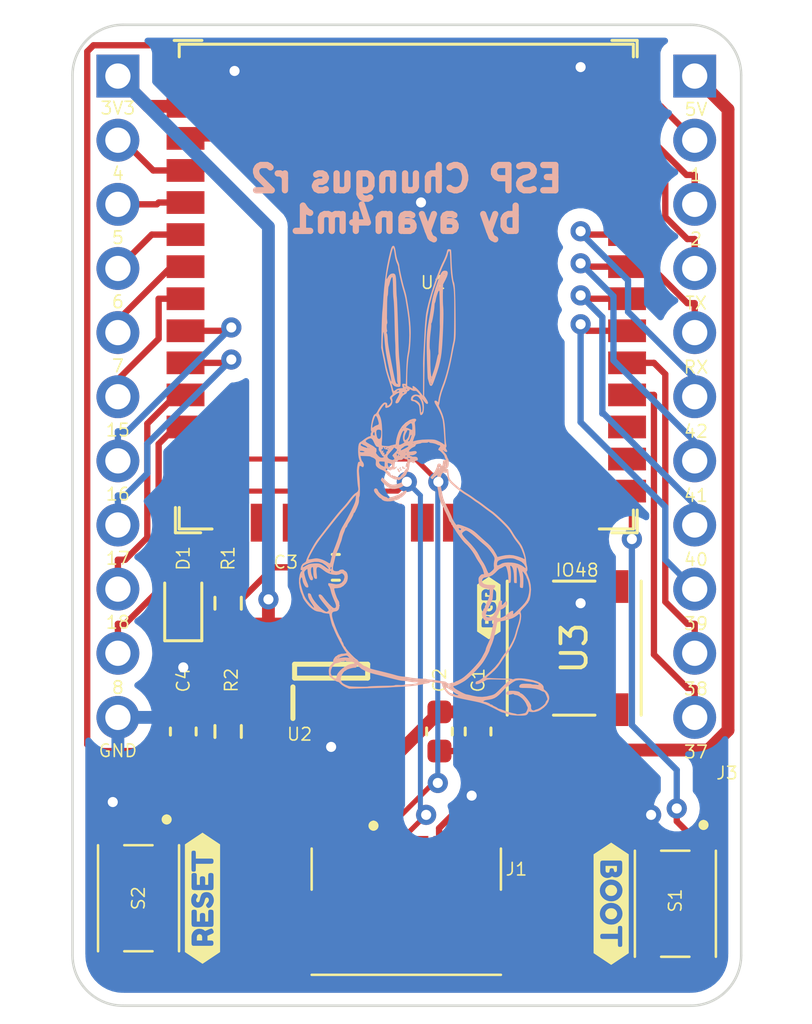
<source format=kicad_pcb>
(kicad_pcb (version 20211014) (generator pcbnew)
  (layers (0 "F.Cu" signal) (31 "B.Cu" signal) (34 "B.Paste" user) (35 "F.Paste" user) (36 "B.SilkS" user "B.Silkscreen") (37 "F.SilkS" user "F.Silkscreen") (38 "B.Mask" user) (39 "F.Mask" user) (44 "Edge.Cuts" user))
  (net 0 "")
  (net 1 "+5V")
  (net 2 "GND")
  (net 3 "+3.3V")
  (net 4 "Net-(D1-Pad2)")
  (net 5 "/USB_D-")
  (net 6 "/USB_D+")
  (net 8 "/GPIO1")
  (net 9 "/GPIO2")
  (net 10 "/GPIO4")
  (net 11 "/GPIO5")
  (net 12 "/GPIO6")
  (net 13 "/GPIO7")
  (net 14 "/GPIO8")
  (net 15 "/GPIO9")
  (net 16 "/GPIO15")
  (net 17 "/GPIO16")
  (net 18 "/GPIO17")
  (net 19 "/GPIO18")
  (net 20 "/GPIO48")
  (net 21 "/GPIO37")
  (net 22 "/GPIO38")
  (net 23 "/GPIO39")
  (net 24 "/GPIO40")
  (net 25 "/GPIO41")
  (net 26 "/GPIO42")
  (net 28 "/GPIO43")
  (net 29 "/GPIO44")
  (net 30 "/GPIO0")
  (net 31 "/EN")
  (footprint "kibuzzard-63AB3EE9" (layer "F.Cu") (at 152.849 110.962 -90)
    (fp_text reference "kibuzzard-63AB3EE9" hide)
    (fp_text value "G***" hide)
  )
  (footprint "Diode_SMD:D_0603_1608Metric" (layer "F.Cu") (at 135.89 99.06 90)
    (fp_text reference "D1" (at 1.778 0 90) (layer "F.SilkS") (effects (font (size 0.5 0.5) (thickness 0.0625))))
    (fp_text value "LED" hide)
    (pad "1" smd roundrect (at -0.7875 0 90) (size 0.875 0.95) (layers "F.Cu" "F.Paste" "F.Mask") (net 2 "GND"))
    (pad "2" smd roundrect (at 0.7875 0 90) (size 0.875 0.95) (layers "F.Cu" "F.Paste" "F.Mask") (net 4 "Net-(D1-Pad2)"))
  )
  (footprint "Espressif:ESP32-S3-WROOM-1U" (layer "F.Cu") (at 144.7292 86.3692)
    (fp_text reference "U1" (at 1.0668 -0.009194) (layer "F.SilkS") (effects (font (size 0.5 0.5) (thickness 0.0625))))
    (fp_text value "ESP32-S3-WROOM-1" hide)
    (pad "1" smd rect (at -8.75 -8.26) (size 1.5 0.9) (layers "F.Cu" "F.Paste" "F.Mask") (net 2 "GND"))
    (pad "2" smd rect (at -8.75 -6.99) (size 1.5 0.9) (layers "F.Cu" "F.Paste" "F.Mask") (net 3 "+3.3V"))
    (pad "3" smd rect (at -8.75 -5.72) (size 1.5 0.9) (layers "F.Cu" "F.Paste" "F.Mask") (net 31 "/EN"))
    (pad "4" smd rect (at -8.75 -4.45) (size 1.5 0.9) (layers "F.Cu" "F.Paste" "F.Mask") (net 10 "/GPIO4"))
    (pad "5" smd rect (at -8.75 -3.18) (size 1.5 0.9) (layers "F.Cu" "F.Paste" "F.Mask") (net 11 "/GPIO5"))
    (pad "6" smd rect (at -8.75 -1.91) (size 1.5 0.9) (layers "F.Cu" "F.Paste" "F.Mask") (net 12 "/GPIO6"))
    (pad "7" smd rect (at -8.75 -0.64) (size 1.5 0.9) (layers "F.Cu" "F.Paste" "F.Mask") (net 13 "/GPIO7"))
    (pad "8" smd rect (at -8.75 0.63) (size 1.5 0.9) (layers "F.Cu" "F.Paste" "F.Mask") (net 16 "/GPIO15"))
    (pad "9" smd rect (at -8.75 1.9) (size 1.5 0.9) (layers "F.Cu" "F.Paste" "F.Mask") (net 17 "/GPIO16"))
    (pad "10" smd rect (at -8.75 3.17) (size 1.5 0.9) (layers "F.Cu" "F.Paste" "F.Mask") (net 18 "/GPIO17"))
    (pad "11" smd rect (at -8.75 4.44) (size 1.5 0.9) (layers "F.Cu" "F.Paste" "F.Mask") (net 19 "/GPIO18"))
    (pad "12" smd rect (at -8.75 5.71) (size 1.5 0.9) (layers "F.Cu" "F.Paste" "F.Mask") (net 14 "/GPIO8"))
    (pad "13" smd rect (at -8.75 6.98) (size 1.5 0.9) (layers "F.Cu" "F.Paste" "F.Mask") (net 5 "/USB_D-"))
    (pad "14" smd rect (at -8.75 8.25) (size 1.5 0.9) (layers "F.Cu" "F.Paste" "F.Mask") (net 6 "/USB_D+"))
    (pad "15" smd rect (at -6.985 9.5 90) (size 1.5 0.9) (layers "F.Cu" "F.Paste" "F.Mask"))
    (pad "16" smd rect (at -5.715 9.5 90) (size 1.5 0.9) (layers "F.Cu" "F.Paste" "F.Mask"))
    (pad "17" smd rect (at -4.445 9.5 90) (size 1.5 0.9) (layers "F.Cu" "F.Paste" "F.Mask") (net 15 "/GPIO9"))
    (pad "18" smd rect (at -3.175 9.5 90) (size 1.5 0.9) (layers "F.Cu" "F.Paste" "F.Mask"))
    (pad "19" smd rect (at -1.905 9.5 90) (size 1.5 0.9) (layers "F.Cu" "F.Paste" "F.Mask"))
    (pad "20" smd rect (at -0.635 9.5 90) (size 1.5 0.9) (layers "F.Cu" "F.Paste" "F.Mask"))
    (pad "21" smd rect (at 0.635 9.5 90) (size 1.5 0.9) (layers "F.Cu" "F.Paste" "F.Mask"))
    (pad "22" smd rect (at 1.905 9.5 90) (size 1.5 0.9) (layers "F.Cu" "F.Paste" "F.Mask"))
    (pad "23" smd rect (at 3.175 9.5 90) (size 1.5 0.9) (layers "F.Cu" "F.Paste" "F.Mask"))
    (pad "24" smd rect (at 4.445 9.5 90) (size 1.5 0.9) (layers "F.Cu" "F.Paste" "F.Mask"))
    (pad "25" smd rect (at 5.715 9.5 90) (size 1.5 0.9) (layers "F.Cu" "F.Paste" "F.Mask") (net 20 "/GPIO48"))
    (pad "26" smd rect (at 6.985 9.5 90) (size 1.5 0.9) (layers "F.Cu" "F.Paste" "F.Mask"))
    (pad "27" smd rect (at 8.75 8.25 180) (size 1.5 0.9) (layers "F.Cu" "F.Paste" "F.Mask") (net 30 "/GPIO0"))
    (pad "28" smd rect (at 8.75 6.98 180) (size 1.5 0.9) (layers "F.Cu" "F.Paste" "F.Mask"))
    (pad "29" smd rect (at 8.75 5.71 180) (size 1.5 0.9) (layers "F.Cu" "F.Paste" "F.Mask"))
    (pad "30" smd rect (at 8.75 4.44 180) (size 1.5 0.9) (layers "F.Cu" "F.Paste" "F.Mask") (net 21 "/GPIO37"))
    (pad "31" smd rect (at 8.75 3.17 180) (size 1.5 0.9) (layers "F.Cu" "F.Paste" "F.Mask") (net 22 "/GPIO38"))
    (pad "32" smd rect (at 8.75 1.9 180) (size 1.5 0.9) (layers "F.Cu" "F.Paste" "F.Mask") (net 23 "/GPIO39"))
    (pad "33" smd rect (at 8.75 0.63 180) (size 1.5 0.9) (layers "F.Cu" "F.Paste" "F.Mask") (net 24 "/GPIO40"))
    (pad "34" smd rect (at 8.75 -0.64 180) (size 1.5 0.9) (layers "F.Cu" "F.Paste" "F.Mask") (net 25 "/GPIO41"))
    (pad "35" smd rect (at 8.75 -1.91 180) (size 1.5 0.9) (layers "F.Cu" "F.Paste" "F.Mask") (net 26 "/GPIO42"))
    (pad "36" smd rect (at 8.75 -3.18 180) (size 1.5 0.9) (layers "F.Cu" "F.Paste" "F.Mask") (net 29 "/GPIO44"))
    (pad "37" smd rect (at 8.75 -4.45 180) (size 1.5 0.9) (layers "F.Cu" "F.Paste" "F.Mask") (net 28 "/GPIO43"))
    (pad "38" smd rect (at 8.75 -5.72 180) (size 1.5 0.9) (layers "F.Cu" "F.Paste" "F.Mask") (net 9 "/GPIO2"))
    (pad "39" smd rect (at 8.75 -6.99 180) (size 1.5 0.9) (layers "F.Cu" "F.Paste" "F.Mask") (net 8 "/GPIO1"))
    (pad "40" smd rect (at 8.75 -8.26 180) (size 1.5 0.9) (layers "F.Cu" "F.Paste" "F.Mask") (net 2 "GND"))
    (pad "41" smd rect (at -1.5 0.86 180) (size 0.9 0.9) (layers "F.Cu" "F.Paste" "F.Mask") (net 2 "GND"))
    (pad "41" smd rect (at -1.5 -0.54 180) (size 0.9 0.9) (layers "F.Cu" "F.Paste" "F.Mask") (net 2 "GND"))
    (pad "41" smd rect (at -2.9 -0.54 180) (size 0.9 0.9) (layers "F.Cu" "F.Paste" "F.Mask") (net 2 "GND"))
    (pad "41" smd rect (at -2.9 0.86 180) (size 0.9 0.9) (layers "F.Cu" "F.Paste" "F.Mask") (net 2 "GND"))
    (pad "41" smd rect (at -1.5 -1.94 180) (size 0.9 0.9) (layers "F.Cu" "F.Paste" "F.Mask") (net 2 "GND"))
    (pad "41" smd rect (at -0.1 -1.94 180) (size 0.9 0.9) (layers "F.Cu" "F.Paste" "F.Mask") (net 2 "GND"))
    (pad "41" smd rect (at -2.9 -1.94 180) (size 0.9 0.9) (layers "F.Cu" "F.Paste" "F.Mask") (net 2 "GND"))
    (pad "41" smd rect (at -0.1 0.86 180) (size 0.9 0.9) (layers "F.Cu" "F.Paste" "F.Mask") (net 2 "GND"))
    (pad "41" smd rect (at -0.1 -0.54 180) (size 0.9 0.9) (layers "F.Cu" "F.Paste" "F.Mask") (net 2 "GND"))
  )
  (footprint "SamacSys_Parts:473461001" (layer "F.Cu") (at 144.7292 110.871)
    (fp_text reference "J1" (at 4.36393 -1.276412) (layer "F.SilkS") (effects (font (size 0.5 0.5) (thickness 0.0625))))
    (fp_text value "47346-1001" hide)
    (pad "1" smd rect locked (at -1.3 -1.903) (size 0.45 1.38) (layers "F.Cu" "F.Paste" "F.Mask") (net 1 "+5V"))
    (pad "2" smd rect locked (at -0.65 -1.903) (size 0.45 1.38) (layers "F.Cu" "F.Paste" "F.Mask") (net 5 "/USB_D-"))
    (pad "3" smd rect locked (at 0 -1.903) (size 0.45 1.38) (layers "F.Cu" "F.Paste" "F.Mask") (net 6 "/USB_D+"))
    (pad "4" smd rect locked (at 0.65 -1.903) (size 0.45 1.38) (layers "F.Cu" "F.Paste" "F.Mask"))
    (pad "5" smd rect locked (at 1.3 -1.903) (size 0.45 1.38) (layers "F.Cu" "F.Paste" "F.Mask") (net 2 "GND"))
    (pad "6" smd rect locked (at 2.487 -1.544) (size 1.425 2.1) (layers "F.Cu" "F.Paste" "F.Mask") (net 2 "GND"))
    (pad "7" smd rect locked (at -2.487 -1.544) (size 1.425 2.1) (layers "F.Cu" "F.Paste" "F.Mask") (net 2 "GND"))
    (pad "8" smd rect locked (at -1.15 0.756) (size 1.8 1.9) (layers "F.Cu" "F.Paste" "F.Mask") (net 2 "GND"))
    (pad "9" smd rect locked (at 1.55 0.756) (size 1 1.9) (layers "F.Cu" "F.Paste" "F.Mask") (net 2 "GND"))
    (pad "10" smd rect locked (at -3.375 0.756 90) (size 1.3 1.65) (layers "F.Cu" "F.Paste" "F.Mask") (net 2 "GND"))
    (pad "11" smd rect locked (at 3.375 0.756 90) (size 1.3 1.65) (layers "F.Cu" "F.Paste" "F.Mask") (net 2 "GND"))
  )
  (footprint "WS2812B:WS2812B" (layer "F.Cu") (at 151.384 100.838 90)
    (fp_text reference "U3" (at 0 0 90) (layer "F.SilkS"))
    (fp_text value "WS2812B" hide)
    (pad "1" smd rect locked (at -2.4384 -1.649999 90) (size 1.2954 0.9906) (layers "F.Cu" "F.Paste" "F.Mask") (net 1 "+5V"))
    (pad "2" smd rect locked (at -2.4384 1.649999 90) (size 1.2954 0.9906) (layers "F.Cu" "F.Paste" "F.Mask"))
    (pad "3" smd rect locked (at 2.4384 1.649999 90) (size 1.2954 0.9906) (layers "F.Cu" "F.Paste" "F.Mask") (net 2 "GND"))
    (pad "4" smd rect locked (at 2.4384 -1.649999 90) (size 1.2954 0.9906) (layers "F.Cu" "F.Paste" "F.Mask") (net 20 "/GPIO48"))
  )
  (footprint "Connector_PinHeader_2.54mm:PinHeader_1x11_P2.54mm_Vertical" (layer "F.Cu") (at 133.2992 78.1812)
    (fp_text reference "J2" hide)
    (fp_text value "Conn_01x11")
    (pad "1" thru_hole rect (at 0 0) (size 1.7 1.7) (drill 1) (layers *.Cu *.Mask) (net 3 "+3.3V"))
    (pad "2" thru_hole oval (at 0 2.54) (size 1.7 1.7) (drill 1) (layers *.Cu *.Mask) (net 10 "/GPIO4"))
    (pad "3" thru_hole oval (at 0 5.08) (size 1.7 1.7) (drill 1) (layers *.Cu *.Mask) (net 11 "/GPIO5"))
    (pad "4" thru_hole oval (at 0 7.62) (size 1.7 1.7) (drill 1) (layers *.Cu *.Mask) (net 12 "/GPIO6"))
    (pad "5" thru_hole oval (at 0 10.16) (size 1.7 1.7) (drill 1) (layers *.Cu *.Mask) (net 13 "/GPIO7"))
    (pad "6" thru_hole oval (at 0 12.7) (size 1.7 1.7) (drill 1) (layers *.Cu *.Mask) (net 16 "/GPIO15"))
    (pad "7" thru_hole oval (at 0 15.24) (size 1.7 1.7) (drill 1) (layers *.Cu *.Mask) (net 17 "/GPIO16"))
    (pad "8" thru_hole oval (at 0 17.78) (size 1.7 1.7) (drill 1) (layers *.Cu *.Mask) (net 18 "/GPIO17"))
    (pad "9" thru_hole oval (at 0 20.32) (size 1.7 1.7) (drill 1) (layers *.Cu *.Mask) (net 19 "/GPIO18"))
    (pad "10" thru_hole oval (at 0 22.86) (size 1.7 1.7) (drill 1) (layers *.Cu *.Mask) (net 14 "/GPIO8"))
    (pad "11" thru_hole oval (at 0 25.4) (size 1.7 1.7) (drill 1) (layers *.Cu *.Mask) (net 2 "GND"))
  )
  (footprint "SamacSys_Parts:PTS815SJM250SMTRLFS" (layer "F.Cu") (at 134.112 110.744 -90)
    (fp_text reference "S2" (at 0 0 90) (layer "F.SilkS") (effects (font (size 0.5 0.5) (thickness 0.0625))))
    (fp_text value "PTS526_SM15_SMTR2_LFS" hide)
    (pad "1" smd rect locked (at -2.25 -1.075) (size 0.7 1) (layers "F.Cu" "F.Paste" "F.Mask") (net 31 "/EN"))
    (pad "2" smd rect locked (at 2.25 -1.075) (size 0.7 1) (layers "F.Cu" "F.Paste" "F.Mask"))
    (pad "3" smd rect locked (at -2.25 1.075) (size 0.7 1) (layers "F.Cu" "F.Paste" "F.Mask") (net 2 "GND"))
    (pad "4" smd rect locked (at 2.25 1.075) (size 0.7 1) (layers "F.Cu" "F.Paste" "F.Mask"))
  )
  (footprint "Capacitor_SMD:C_0603_1608Metric" (layer "F.Cu") (at 135.89 104.14 90)
    (fp_text reference "C4" (at 2.032 0 90) (layer "F.SilkS") (effects (font (size 0.5 0.5) (thickness 0.0625))))
    (fp_text value "1uF")
    (pad "1" smd roundrect (at -0.775 0 90) (size 0.9 0.95) (layers "F.Cu" "F.Paste" "F.Mask") (net 31 "/EN"))
    (pad "2" smd roundrect (at 0.775 0 90) (size 0.9 0.95) (layers "F.Cu" "F.Paste" "F.Mask") (net 2 "GND"))
  )
  (footprint "kibuzzard-63ACEDD9" (layer "F.Cu") (at 136.652 110.744 90)
    (fp_text reference "kibuzzard-63ACEDD9" hide)
    (fp_text value "G***" hide)
  )
  (footprint "kibuzzard-63B38247" (layer "F.Cu") (at 148 99.25 90)
    (fp_text reference "kibuzzard-63B38247" hide)
    (fp_text value "G***" hide)
  )
  (footprint "Connector_PinHeader_2.54mm:PinHeader_1x11_P2.54mm_Vertical" (layer "F.Cu") (at 156.1592 78.1812)
    (fp_text reference "J3" (at 1.281808 27.605972) (layer "F.SilkS") (effects (font (size 0.5 0.5) (thickness 0.0625))))
    (fp_text value "Conn_01x11")
    (pad "1" thru_hole rect (at 0 0) (size 1.7 1.7) (drill 1) (layers *.Cu *.Mask) (net 1 "+5V"))
    (pad "2" thru_hole oval (at 0 2.54) (size 1.7 1.7) (drill 1) (layers *.Cu *.Mask) (net 8 "/GPIO1"))
    (pad "3" thru_hole oval (at 0 5.08) (size 1.7 1.7) (drill 1) (layers *.Cu *.Mask) (net 9 "/GPIO2"))
    (pad "4" thru_hole oval (at 0 7.62) (size 1.7 1.7) (drill 1) (layers *.Cu *.Mask) (net 28 "/GPIO43"))
    (pad "5" thru_hole oval (at 0 10.16) (size 1.7 1.7) (drill 1) (layers *.Cu *.Mask) (net 29 "/GPIO44"))
    (pad "6" thru_hole oval (at 0 12.7) (size 1.7 1.7) (drill 1) (layers *.Cu *.Mask) (net 26 "/GPIO42"))
    (pad "7" thru_hole oval (at 0 15.24) (size 1.7 1.7) (drill 1) (layers *.Cu *.Mask) (net 25 "/GPIO41"))
    (pad "8" thru_hole oval (at 0 17.78) (size 1.7 1.7) (drill 1) (layers *.Cu *.Mask) (net 24 "/GPIO40"))
    (pad "9" thru_hole oval (at 0 20.32) (size 1.7 1.7) (drill 1) (layers *.Cu *.Mask) (net 23 "/GPIO39"))
    (pad "10" thru_hole oval (at 0 22.86) (size 1.7 1.7) (drill 1) (layers *.Cu *.Mask) (net 22 "/GPIO38"))
    (pad "11" thru_hole oval (at 0 25.4) (size 1.7 1.7) (drill 1) (layers *.Cu *.Mask) (net 21 "/GPIO37"))
  )
  (footprint "Capacitor_SMD:C_0603_1608Metric" (layer "F.Cu") (at 147.574 104.14 -90)
    (fp_text reference "C1" (at -2.032 0 90) (layer "F.SilkS") (effects (font (size 0.5 0.5) (thickness 0.0625))))
    (fp_text value "0.1uF" hide)
    (pad "1" smd roundrect (at -0.775 0 270) (size 0.9 0.95) (layers "F.Cu" "F.Paste" "F.Mask") (net 1 "+5V"))
    (pad "2" smd roundrect (at 0.775 0 270) (size 0.9 0.95) (layers "F.Cu" "F.Paste" "F.Mask") (net 2 "GND"))
  )
  (footprint "Resistor_SMD:R_0603_1608Metric" (layer "F.Cu") (at 137.668 99.06 90)
    (fp_text reference "R1" (at 1.778 0 90) (layer "F.SilkS") (effects (font (size 0.5 0.5) (thickness 0.0625))))
    (fp_text value "330")
    (pad "1" smd roundrect (at -0.825 0 90) (size 0.8 0.95) (layers "F.Cu" "F.Paste" "F.Mask") (net 3 "+3.3V"))
    (pad "2" smd roundrect (at 0.825 0 90) (size 0.8 0.95) (layers "F.Cu" "F.Paste" "F.Mask") (net 4 "Net-(D1-Pad2)"))
  )
  (footprint "SamacSys_Parts:SOT94P280X100-5N" (layer "F.Cu") (at 141.75 101.75 90)
    (fp_text reference "U2" (at -2.5 -1.25 180) (layer "F.SilkS") (effects (font (size 0.5 0.5) (thickness 0.0625))))
    (fp_text value "RT9080-33GJ5" hide)
    (pad "1" smd rect locked (at -1.25 -0.94 180) (size 0.65 1.25) (layers "F.Cu" "F.Paste" "F.Mask") (net 1 "+5V"))
    (pad "2" smd rect locked (at -1.25 0 180) (size 0.65 1.25) (layers "F.Cu" "F.Paste" "F.Mask") (net 2 "GND"))
    (pad "3" smd rect locked (at -1.25 0.94 180) (size 0.65 1.25) (layers "F.Cu" "F.Paste" "F.Mask") (net 1 "+5V"))
    (pad "4" smd rect locked (at 1.25 0.94 180) (size 0.65 1.25) (layers "F.Cu" "F.Paste" "F.Mask"))
    (pad "5" smd rect locked (at 1.25 -0.94 180) (size 0.65 1.25) (layers "F.Cu" "F.Paste" "F.Mask") (net 3 "+3.3V"))
  )
  (footprint "Resistor_SMD:R_0603_1608Metric" (layer "F.Cu") (at 137.668 104.14 -90)
    (fp_text reference "R2" (at -2.032 -0.127 90) (layer "F.SilkS") (effects (font (size 0.5 0.5) (thickness 0.0625))))
    (fp_text value "10k")
    (pad "1" smd roundrect (at -0.825 0 270) (size 0.8 0.95) (layers "F.Cu" "F.Paste" "F.Mask") (net 3 "+3.3V"))
    (pad "2" smd roundrect (at 0.825 0 270) (size 0.8 0.95) (layers "F.Cu" "F.Paste" "F.Mask") (net 31 "/EN"))
  )
  (footprint "Capacitor_SMD:C_0603_1608Metric" (layer "F.Cu") (at 141.9352 97.6376 180)
    (fp_text reference "C3" (at 1.9812 0.2032) (layer "F.SilkS") (effects (font (size 0.5 0.5) (thickness 0.0625))))
    (fp_text value "10uF")
    (pad "1" smd roundrect (at -0.775 0 180) (size 0.9 0.95) (layers "F.Cu" "F.Paste" "F.Mask") (net 3 "+3.3V"))
    (pad "2" smd roundrect (at 0.775 0 180) (size 0.9 0.95) (layers "F.Cu" "F.Paste" "F.Mask") (net 2 "GND"))
  )
  (footprint "SamacSys_Parts:PTS815SJM250SMTRLFS" (layer "F.Cu") (at 155.389 110.962 -90)
    (fp_text reference "S1" (at -0.127 0 90) (layer "F.SilkS") (effects (font (size 0.5 0.5) (thickness 0.0625))))
    (fp_text value "PTS526_SM15_SMTR2_LFS" hide)
    (pad "1" smd rect locked (at -2.25 -1.075) (size 0.7 1) (layers "F.Cu" "F.Paste" "F.Mask") (net 30 "/GPIO0"))
    (pad "2" smd rect locked (at 2.25 -1.075) (size 0.7 1) (layers "F.Cu" "F.Paste" "F.Mask"))
    (pad "3" smd rect locked (at -2.25 1.075) (size 0.7 1) (layers "F.Cu" "F.Paste" "F.Mask") (net 2 "GND"))
    (pad "4" smd rect locked (at 2.25 1.075) (size 0.7 1) (layers "F.Cu" "F.Paste" "F.Mask"))
  )
  (footprint "Capacitor_SMD:C_0603_1608Metric" (layer "F.Cu") (at 146.0442 104.1389 -90)
    (fp_text reference "C2" (at -2.0309 -0.0058 90) (layer "F.SilkS") (effects (font (size 0.5 0.5) (thickness 0.0625))))
    (fp_text value "10uF" hide)
    (pad "1" smd roundrect (at -0.775 0 270) (size 0.9 0.95) (layers "F.Cu" "F.Paste" "F.Mask") (net 1 "+5V"))
    (pad "2" smd roundrect (at 0.775 0 270) (size 0.9 0.95) (layers "F.Cu" "F.Paste" "F.Mask") (net 2 "GND"))
  )
  (footprint "Chungus:chungus" (layer "B.Cu") (at 145.415 94.234 180)
    (fp_text reference "G1" hide)
    (fp_text value "LOGO" hide)
  )
  (gr_line (start 131.5 113) (end 131.5 78.15) (layer "Edge.Cuts") (width 0.1))
  (gr_arc (start 156 76.15) (mid 157.414214 76.735786) (end 158 78.15) (layer "Edge.Cuts") (width 0.1))
  (gr_line (start 133.5 76.15) (end 156 76.15) (layer "Edge.Cuts") (width 0.1))
  (gr_arc (start 133.5 115) (mid 132.085786 114.414214) (end 131.5 113) (layer "Edge.Cuts") (width 0.1))
  (gr_arc (start 158 113) (mid 157.414214 114.414214) (end 156 115) (layer "Edge.Cuts") (width 0.1))
  (gr_line (start 133.5 115) (end 156 115) (layer "Edge.Cuts") (width 0.1))
  (gr_line (start 158 78.15) (end 158 113) (layer "Edge.Cuts") (width 0.1))
  (gr_arc (start 131.5 78.15) (mid 132.085786 76.735786) (end 133.5 76.15) (layer "Edge.Cuts") (width 0.1))
  (gr_text "ESP Chungus r2\nby ayan4m1" (at 144.7292 83.058) (layer "B.SilkS") (effects (font (size 1 1) (thickness 0.25)) (justify mirror)))
  (gr_text "8" (at 133.2992 102.401914) (layer "F.SilkS") (effects (font (size 0.5 0.5) (thickness 0.0625))))
  (gr_text "RX" (at 156.21 89.7128) (layer "F.SilkS") (effects (font (size 0.5 0.5) (thickness 0.0625))))
  (gr_text "2" (at 156.21 84.6328) (layer "F.SilkS") (effects (font (size 0.5 0.5) (thickness 0.0625))))
  (gr_text "4" (at 133.2992 82.042) (layer "F.SilkS") (effects (font (size 0.5 0.5) (thickness 0.0625))))
  (gr_text "6" (at 133.2992 87.122) (layer "F.SilkS") (effects (font (size 0.5 0.5) (thickness 0.0625))))
  (gr_text "41" (at 156.21 94.7928) (layer "F.SilkS") (effects (font (size 0.5 0.5) (thickness 0.0625))))
  (gr_text "5" (at 133.2992 84.582) (layer "F.SilkS") (effects (font (size 0.5 0.5) (thickness 0.0625))))
  (gr_text "40" (at 156.21 97.3328) (layer "F.SilkS") (effects (font (size 0.5 0.5) (thickness 0.0625))))
  (gr_text "18" (at 133.2992 99.817472) (layer "F.SilkS") (effects (font (size 0.5 0.5) (thickness 0.0625))))
  (gr_text "17" (at 133.2992 97.282) (layer "F.SilkS") (effects (font (size 0.5 0.5) (thickness 0.0625))))
  (gr_text "3V3" (at 133.2992 79.4512) (layer "F.SilkS") (effects (font (size 0.5 0.5) (thickness 0.0625))))
  (gr_text "38" (at 156.21 102.452714) (layer "F.SilkS") (effects (font (size 0.5 0.5) (thickness 0.0625))))
  (gr_text "7" (at 133.2992 89.662) (layer "F.SilkS") (effects (font (size 0.5 0.5) (thickness 0.0625))))
  (gr_text "TX" (at 156.21 87.1728) (layer "F.SilkS") (effects (font (size 0.5 0.5) (thickness 0.0625))))
  (gr_text "5V" (at 156.21 79.502) (layer "F.SilkS") (effects (font (size 0.5 0.5) (thickness 0.0625))))
  (gr_text "16" (at 133.2992 94.742) (layer "F.SilkS") (effects (font (size 0.5 0.5) (thickness 0.0625))))
  (gr_text "42" (at 156.21 92.2528) (layer "F.SilkS") (effects (font (size 0.5 0.5) (thickness 0.0625))))
  (gr_text "GND" (at 133.2992 104.902) (layer "F.SilkS") (effects (font (size 0.5 0.5) (thickness 0.0625))))
  (gr_text "1" (at 156.21 82.0928) (layer "F.SilkS") (effects (font (size 0.5 0.5) (thickness 0.0625))))
  (gr_text "IO48" (at 151.5 97.75) (layer "F.SilkS") (effects (font (size 0.5 0.5) (thickness 0.0625))))
  (gr_text "37" (at 156.21 104.9528) (layer "F.SilkS") (effects (font (size 0.5 0.5) (thickness 0.0625))))
  (gr_text "15" (at 133.2992 92.202) (layer "F.SilkS") (effects (font (size 0.5 0.5) (thickness 0.0625))))
  (gr_text "39" (at 156.21 99.868272) (layer "F.SilkS") (effects (font (size 0.5 0.5) (thickness 0.0625))))
  (segment (start 140.981 101.931) (end 142.431 101.931) (width 0.508) (layer "F.Cu") (net 1))
  (segment (start 144.286 105.122) (end 146.044 103.364) (width 0.508) (layer "F.Cu") (net 1))
  (segment (start 144.286 105.766) (end 143.41 106.642) (width 0.508) (layer "F.Cu") (net 1))
  (segment (start 143.41 108.9488) (end 143.4292 108.968) (width 0.4498) (layer "F.Cu") (net 1))
  (segment (start 146.0443 103.364) (end 147.573 103.364) (width 0.508) (layer "F.Cu") (net 1))
  (segment (start 149.734001 104.773999) (end 149.633 104.875) (width 0.508) (layer "F.Cu") (net 1))
  (segment (start 149.734001 103.2764) (end 149.734001 104.773999) (width 0.508) (layer "F.Cu") (net 1))
  (segment (start 147.573 103.364) (end 147.574 103.365) (width 0.508) (layer "F.Cu") (net 1))
  (segment (start 146.0443 103.364) (end 146.0442 103.3639) (width 0.508) (layer "F.Cu") (net 1))
  (segment (start 146.044 103.364) (end 146.0443 103.364) (width 0.508) (layer "F.Cu") (net 1))
  (segment (start 156.1592 78.1813) (end 156.1592 78.1812) (width 0.508) (layer "F.Cu") (net 1))
  (segment (start 149.633 104.875) (end 156.695 104.875) (width 0.508) (layer "F.Cu") (net 1))
  (segment (start 149.084 104.875) (end 149.633 104.875) (width 0.508) (layer "F.Cu") (net 1))
  (segment (start 156.8195 78.8416) (end 156.159 78.1812) (width 0.508) (layer "F.Cu") (net 1))
  (segment (start 156.8195 78.8416) (end 156.1592 78.1813) (width 0.508) (layer "F.Cu") (net 1))
  (segment (start 143.41 108.9488) (end 143.41 108.968) (width 0.508) (layer "F.Cu") (net 1))
  (segment (start 157.48 79.502) (end 156.8195 78.8416) (width 0.508) (layer "F.Cu") (net 1))
  (segment (start 144.286 105.766) (end 144.286 105.122) (width 0.508) (layer "F.Cu") (net 1))
  (segment (start 143.41 106.642) (end 143.41 108.9488) (width 0.508) (layer "F.Cu") (net 1))
  (segment (start 140.81 103) (end 140.81 102.102) (width 0.508) (layer "F.Cu") (net 1))
  (segment (start 157.48 104.09) (end 157.48 79.502) (width 0.508) (layer "F.Cu") (net 1))
  (segment (start 147.574 103.365) (end 149.084 104.875) (width 0.508) (layer "F.Cu") (net 1))
  (segment (start 156.695 104.875) (end 157.48 104.09) (width 0.508) (layer "F.Cu") (net 1))
  (segment (start 144.286 103.786) (end 144.286 105.122) (width 0.508) (layer "F.Cu") (net 1))
  (segment (start 142.431 101.931) (end 144.286 103.786) (width 0.508) (layer "F.Cu") (net 1))
  (segment (start 140.81 102.102) (end 140.981 101.931) (width 0.508) (layer "F.Cu") (net 1))
  (segment (start 153.479 78.1092) (end 153.4792 78.1092) (width 0.25) (layer "F.Cu") (net 2))
  (segment (start 147.574 104.915) (end 147.574 106.426) (width 0.25) (layer "F.Cu") (net 2))
  (segment (start 146.029 107.971) (end 147.32 106.68) (width 0.25) (layer "F.Cu") (net 2))
  (segment (start 154.432 107.442) (end 154.314 107.56) (width 0.25) (layer "F.Cu") (net 2))
  (segment (start 135.89 99.8475) (end 135.89 101.6) (width 0.25) (layer "F.Cu") (net 2))
  (segment (start 133.096 106.934) (end 133.096 108.435) (width 0.25) (layer "F.Cu") (net 2))
  (segment (start 135.9792 78.1092) (end 137.791 78.1092) (width 0.25) (layer "F.Cu") (net 2))
  (segment (start 133.096 108.435) (end 133.037 108.494) (width 0.25) (layer "F.Cu") (net 2))
  (segment (start 142.242 109.327) (end 142.242 110.033) (width 0.25) (layer "F.Cu") (net 2))
  (segment (start 143.5792 111.627) (end 146.2792 111.627) (width 0.25) (layer "F.Cu") (net 2))
  (segment (start 147.216 109.327) (end 146.857 108.968) (width 0.25) (layer "F.Cu") (net 2))
  (segment (start 144.629 83.8688) (end 145.313 83.185) (width 0.25) (layer "F.Cu") (net 2))
  (segment (start 146.2792 111.627) (end 147.1916 111.627) (width 0.25) (layer "F.Cu") (net 2))
  (segment (start 147.2162 110.0328) (end 147.2162 109.327) (width 0.25) (layer "F.Cu") (net 2))
  (segment (start 146.0292 108.968) (end 146.029 108.968) (width 0.25) (layer "F.Cu") (net 2))
  (segment (start 146.0443 104.914) (end 147.573 104.914) (width 0.25) (layer "F.Cu") (net 2))
  (segment (start 151.638 99.06) (end 152.373599 99.06) (width 0.25) (layer "F.Cu") (net 2))
  (segment (start 142.2422 110.0328) (end 142.2422 109.327) (width 0.25) (layer "F.Cu") (net 2))
  (segment (start 147.1916 111.627) (end 148.104 111.627) (width 0.25) (layer "F.Cu") (net 2))
  (segment (start 141.16 97.6376) (end 141.1602 97.6376) (width 0.25) (layer "F.Cu") (net 2))
  (segment (start 146.857 108.968) (end 146.0292 108.968) (width 0.25) (layer "F.Cu") (net 2))
  (segment (start 138.046 99.06) (end 136.678 99.06) (width 0.25) (layer "F.Cu") (net 2))
  (segment (start 152.373599 99.06) (end 153.033999 98.3996) (width 0.25) (layer "F.Cu") (net 2))
  (segment (start 137.791 78.1092) (end 137.922 77.978) (width 0.25) (layer "F.Cu") (net 2))
  (segment (start 153.479 78.1092) (end 151.922 78.1092) (width 0.25) (layer "F.Cu") (net 2))
  (segment (start 147.216 110.739) (end 147.216 110.033) (width 0.25) (layer "F.Cu") (net 2))
  (segment (start 135.89 101.6) (end 135.89 103.365) (width 0.25) (layer "F.Cu") (net 2))
  (segment (start 141.75 103) (end 141.75 104.75) (width 0.25) (layer "F.Cu") (net 2))
  (segment (start 147.216 110.033) (end 147.2162 110.0328) (width 0.25) (layer "F.Cu") (net 2))
  (segment (start 154.314 107.56) (end 154.314 108.712) (width 0.25) (layer "F.Cu") (net 2))
  (segment (start 147.573 104.914) (end 147.574 104.915) (width 0.25) (layer "F.Cu") (net 2))
  (segment (start 147.1916 111.627) (end 148.1042 111.627) (width 0.25) (layer "F.Cu") (net 2))
  (segment (start 147.216 110.033) (end 147.216 109.327) (width 0.25) (layer "F.Cu") (net 2))
  (segment (start 147.574 106.426) (end 147.32 106.68) (width 0.25) (layer "F.Cu") (net 2))
  (segment (start 142.242 110.739) (end 141.354 111.627) (width 0.25) (layer "F.Cu") (net 2))
  (segment (start 146.0443 104.914) (end 146.0442 104.9139) (width 0.25) (layer "F.Cu") (net 2))
  (segment (start 142.242 110.033) (end 142.242 110.739) (width 0.25) (layer "F.Cu") (net 2))
  (segment (start 139.469 97.6376) (end 138.046 99.06) (width 0.25) (layer "F.Cu") (net 2))
  (segment (start 141.16 97.6376) (end 139.469 97.6376) (width 0.25) (layer "F.Cu") (net 2))
  (segment (start 146.029 108.968) (end 146.029 107.971) (width 0.25) (layer "F.Cu") (net 2))
  (segment (start 151.922 78.1092) (end 151.638 77.8256) (width 0.25) (layer "F.Cu") (net 2))
  (segment (start 141.3542 111.627) (end 143.5792 111.627) (width 0.25) (layer "F.Cu") (net 2))
  (segment (start 136.678 99.06) (end 135.89 99.8475) (width 0.25) (layer "F.Cu") (net 2))
  (segment (start 141.354 111.627) (end 141.3542 111.627) (width 0.25) (layer "F.Cu") (net 2))
  (segment (start 148.104 111.627) (end 147.216 110.739) (width 0.25) (layer "F.Cu") (net 2))
  (segment (start 144.629 84.4292) (end 144.629 83.8688) (width 0.25) (layer "F.Cu") (net 2))
  (segment (start 142.242 110.033) (end 142.2422 110.0328) (width 0.25) (layer "F.Cu") (net 2))
  (via (at 135.89 101.6) (size 0.8) (drill 0.4) (layers "F.Cu" "B.Cu") (net 2))
  (via (at 137.922 77.978) (size 0.8) (drill 0.4) (layers "F.Cu" "B.Cu") (net 2))
  (via (at 151.638 99.06) (size 0.8) (drill 0.4) (layers "F.Cu" "B.Cu") (net 2))
  (via (at 154.432 107.442) (size 0.8) (drill 0.4) (layers "F.Cu" "B.Cu") (net 2))
  (via (at 147.32 106.68) (size 0.8) (drill 0.4) (layers "F.Cu" "B.Cu") (net 2))
  (via (at 141.75 104.75) (size 0.8) (drill 0.4) (layers "F.Cu" "B.Cu") (net 2))
  (via (at 133.096 106.934) (size 0.8) (drill 0.4) (layers "F.Cu" "B.Cu") (net 2))
  (via (at 145.313 83.185) (size 0.8) (drill 0.4) (layers "F.Cu" "B.Cu") (net 2))
  (via (at 151.638 77.8256) (size 0.8) (drill 0.4) (layers "F.Cu" "B.Cu") (net 2))
  (segment (start 142.71 98.7418) (end 141.986 99.466) (width 0.508) (layer "F.Cu") (net 3))
  (segment (start 141.567 99.885) (end 141.986 99.466) (width 0.508) (layer "F.Cu") (net 3))
  (segment (start 139.2649 99.885) (end 141.567 99.885) (width 0.508) (layer "F.Cu") (net 3))
  (segment (start 135.979 79.3792) (end 135.9792 79.3792) (width 0.508) (layer "F.Cu") (net 3))
  (segment (start 135.979 79.3792) (end 134.497 79.3792) (width 0.508) (layer "F.Cu") (net 3))
  (segment (start 139.2649 99.885) (end 139.2649 98.9062) (width 0.508) (layer "F.Cu") (net 3))
  (segment (start 137.668 99.885) (end 139.2649 99.885) (width 0.508) (layer "F.Cu") (net 3))
  (segment (start 137.668 103.315) (end 137.668 99.885) (width 0.508) (layer "F.Cu") (net 3))
  (segment (start 134.497 79.3792) (end 133.2991 78.1813) (width 0.508) (layer "F.Cu") (net 3))
  (segment (start 142.7102 98.1895) (end 142.7102 97.6376) (width 0.508) (layer "F.Cu") (net 3))
  (segment (start 142.71 98.1897) (end 142.7102 98.1895) (width 0.508) (layer "F.Cu") (net 3))
  (segment (start 142.71 97.6376) (end 142.71 98.1897) (width 0.508) (layer "F.Cu") (net 3))
  (segment (start 133.2992 78.1812) (end 133.2991 78.1813) (width 0.508) (layer "F.Cu") (net 3))
  (segment (start 142.71 98.1897) (end 142.71 98.7418) (width 0.508) (layer "F.Cu") (net 3))
  (via (at 139.2649 98.9062) (size 0.8) (drill 0.4) (layers "F.Cu" "B.Cu") (net 3))
  (segment (start 139.2649 84.1469) (end 139.2649 98.9062) (width 0.508) (layer "B.Cu") (net 3))
  (segment (start 133.2992 78.1812) (end 139.2649 84.1469) (width 0.508) (layer "B.Cu") (net 3))
  (segment (start 137.63 98.2725) (end 137.668 98.235) (width 0.25) (layer "F.Cu") (net 4))
  (segment (start 135.89 98.2725) (end 137.63 98.2725) (width 0.25) (layer "F.Cu") (net 4))
  (segment (start 145.9775 106.1785) (end 145.8025 106.1785) (width 0.2) (layer "F.Cu") (net 5))
  (segment (start 145.8025 106.1785) (end 144.079 107.902) (width 0.2) (layer "F.Cu") (net 5))
  (segment (start 144.079 108.435) (end 144.0792 108.4352) (width 0.25) (layer "F.Cu") (net 5))
  (segment (start 146 94.25) (end 145.0992 93.3492) (width 0.2) (layer "F.Cu") (net 5))
  (segment (start 144.079 108.435) (end 144.079 108.968) (width 0.2) (layer "F.Cu") (net 5))
  (segment (start 144.0792 108.4352) (end 144.0792 108.968) (width 0.25) (layer "F.Cu") (net 5))
  (segment (start 145.0992 93.3492) (end 135.9792 93.3492) (width 0.2) (layer "F.Cu") (net 5))
  (segment (start 144.079 107.902) (end 144.079 108.435) (width 0.2) (layer "F.Cu") (net 5))
  (via (at 146 94.25) (size 0.8) (drill 0.4) (layers "F.Cu" "B.Cu") (net 5))
  (via (at 145.9775 106.1785) (size 0.8) (drill 0.4) (layers "F.Cu" "B.Cu") (net 5))
  (segment (start 146 94.25) (end 145.9775 94.2725) (width 0.2) (layer "B.Cu") (net 5))
  (segment (start 145.9775 94.2725) (end 145.9775 106.1785) (width 0.2) (layer "B.Cu") (net 5))
  (segment (start 144.3808 94.6192) (end 135.9792 94.6192) (width 0.2) (layer "F.Cu") (net 6))
  (segment (start 144.75 94.25) (end 144.3808 94.6192) (width 0.2) (layer "F.Cu") (net 6))
  (segment (start 144.729 108.598) (end 144.7292 108.5982) (width 0.25) (layer "F.Cu") (net 6))
  (segment (start 144.729 108.228) (end 145.516 107.442) (width 0.2) (layer "F.Cu") (net 6))
  (segment (start 144.729 108.968) (end 144.729 108.598) (width 0.2) (layer "F.Cu") (net 6))
  (segment (start 144.7292 108.5982) (end 144.7292 108.968) (width 0.25) (layer "F.Cu") (net 6))
  (segment (start 144.729 108.598) (end 144.729 108.228) (width 0.2) (layer "F.Cu") (net 6))
  (via (at 145.516 107.442) (size 0.8) (drill 0.4) (layers "F.Cu" "B.Cu") (net 6))
  (via (at 144.75 94.25) (size 0.8) (drill 0.4) (layers "F.Cu" "B.Cu") (net 6))
  (segment (start 144.75 94.25) (end 145.288 94.788) (width 0.2) (layer "B.Cu") (net 6))
  (segment (start 145.288 107.214) (end 145.516 107.442) (width 0.2) (layer "B.Cu") (net 6))
  (segment (start 145.288 94.788) (end 145.288 107.214) (width 0.2) (layer "B.Cu") (net 6))
  (segment (start 156.1592 80.7212) (end 154.8172 79.3792) (width 0.25) (layer "F.Cu") (net 8))
  (segment (start 154.8172 79.3792) (end 153.4792 79.3792) (width 0.25) (layer "F.Cu") (net 8))
  (segment (start 156.1592 82.0961) (end 155.8329 82.0961) (width 0.25) (layer "F.Cu") (net 9))
  (segment (start 155.8329 82.0961) (end 154.5443 80.8075) (width 0.25) (layer "F.Cu") (net 9))
  (segment (start 156.1592 83.2612) (end 156.1592 82.0961) (width 0.25) (layer "F.Cu") (net 9))
  (segment (start 153.4792 80.6492) (end 154.5443 80.6492) (width 0.25) (layer "F.Cu") (net 9))
  (segment (start 154.5443 80.8075) (end 154.5443 80.6492) (width 0.25) (layer "F.Cu") (net 9))
  (segment (start 133.2992 80.7212) (end 133.5018 80.7212) (width 0.25) (layer "F.Cu") (net 10))
  (segment (start 134.6998 81.9192) (end 135.9792 81.9192) (width 0.25) (layer "F.Cu") (net 10))
  (segment (start 133.5018 80.7212) (end 134.6998 81.9192) (width 0.25) (layer "F.Cu") (net 10))
  (segment (start 133.2992 83.2612) (end 134.8421 83.2612) (width 0.25) (layer "F.Cu") (net 11))
  (segment (start 134.8421 83.2612) (end 134.9141 83.1892) (width 0.25) (layer "F.Cu") (net 11))
  (segment (start 135.9792 83.1892) (end 134.9141 83.1892) (width 0.25) (layer "F.Cu") (net 11))
  (segment (start 134.6412 84.4592) (end 135.9792 84.4592) (width 0.25) (layer "F.Cu") (net 12))
  (segment (start 133.2992 85.8012) (end 134.6412 84.4592) (width 0.25) (layer "F.Cu") (net 12))
  (segment (start 133.2992 87.8492) (end 135.4192 85.7292) (width 0.25) (layer "F.Cu") (net 13))
  (segment (start 135.4192 85.7292) (end 135.9792 85.7292) (width 0.25) (layer "F.Cu") (net 13))
  (segment (start 133.2992 88.3412) (end 133.2992 87.8492) (width 0.25) (layer "F.Cu") (net 13))
  (segment (start 135.5864 92.0792) (end 134.9141 92.7515) (width 0.25) (layer "F.Cu") (net 14))
  (segment (start 135.979 92.0792) (end 135.9792 92.0792) (width 0.25) (layer "F.Cu") (net 14))
  (segment (start 134.9141 92.7515) (end 134.9141 98.5525) (width 0.25) (layer "F.Cu") (net 14))
  (segment (start 133.2992 101.0412) (end 133.2992 99.8761) (width 0.25) (layer "F.Cu") (net 14))
  (segment (start 133.5905 99.8761) (end 133.2992 99.8761) (width 0.25) (layer "F.Cu") (net 14))
  (segment (start 135.979 92.0792) (end 135.5864 92.0792) (width 0.25) (layer "F.Cu") (net 14))
  (segment (start 134.9141 98.5525) (end 133.5905 99.8761) (width 0.25) (layer "F.Cu") (net 14))
  (segment (start 134.9141 86.9992) (end 134.9141 88.5859) (width 0.25) (layer "F.Cu") (net 16))
  (segment (start 134.9141 88.5859) (end 133.2992 90.2008) (width 0.25) (layer "F.Cu") (net 16))
  (segment (start 133.2992 90.2008) (end 133.2992 90.8812) (width 0.25) (layer "F.Cu") (net 16))
  (segment (start 135.9792 86.9992) (end 134.9141 86.9992) (width 0.25) (layer "F.Cu") (net 16))
  (segment (start 135.9792 88.2692) (end 137.664 88.2692) (width 0.25) (layer "F.Cu") (net 17))
  (segment (start 137.664 88.2692) (end 137.795 88.138) (width 0.25) (layer "F.Cu") (net 17))
  (via (at 137.795 88.138) (size 0.8) (drill 0.4) (layers "F.Cu" "B.Cu") (net 17))
  (segment (start 137.795 88.138) (end 133.6769 92.2561) (width 0.25) (layer "B.Cu") (net 17))
  (segment (start 133.2992 93.4212) (end 133.2992 92.2561) (width 0.25) (layer "B.Cu") (net 17))
  (segment (start 133.6769 92.2561) (end 133.2992 92.2561) (width 0.25) (layer "B.Cu") (net 17))
  (segment (start 137.664 89.5392) (end 137.795 89.408) (width 0.25) (layer "F.Cu") (net 18))
  (segment (start 135.9792 89.5392) (end 137.664 89.5392) (width 0.25) (layer "F.Cu") (net 18))
  (via (at 137.795 89.408) (size 0.8) (drill 0.4) (layers "F.Cu" "B.Cu") (net 18))
  (segment (start 137.795 89.408) (end 134.4643 92.7387) (width 0.25) (layer "B.Cu") (net 18))
  (segment (start 133.5906 94.7961) (end 133.2992 94.7961) (width 0.25) (layer "B.Cu") (net 18))
  (segment (start 134.4643 92.7387) (end 134.4643 93.9224) (width 0.25) (layer "B.Cu") (net 18))
  (segment (start 134.4643 93.9224) (end 133.5906 94.7961) (width 0.25) (layer "B.Cu") (net 18))
  (segment (start 133.2992 95.9612) (end 133.2992 94.7961) (width 0.25) (layer "B.Cu") (net 18))
  (segment (start 134.4643 91.9476) (end 134.4643 96.4624) (width 0.25) (layer "F.Cu") (net 19))
  (segment (start 135.979 90.8092) (end 135.6027 90.8092) (width 0.25) (layer "F.Cu") (net 19))
  (segment (start 135.979 90.8092) (end 135.9792 90.8092) (width 0.25) (layer "F.Cu") (net 19))
  (segment (start 133.2992 98.5012) (end 133.2992 97.3361) (width 0.25) (layer "F.Cu") (net 19))
  (segment (start 135.6027 90.8092) (end 134.4643 91.9476) (width 0.25) (layer "F.Cu") (net 19))
  (segment (start 133.5906 97.3361) (end 133.2992 97.3361) (width 0.25) (layer "F.Cu") (net 19))
  (segment (start 134.4643 96.4624) (end 133.5906 97.3361) (width 0.25) (layer "F.Cu") (net 19))
  (segment (start 150.4442 97.689401) (end 150.4442 95.8692) (width 0.25) (layer "F.Cu") (net 20))
  (segment (start 149.734001 98.3996) (end 150.4442 97.689401) (width 0.25) (layer "F.Cu") (net 20))
  (segment (start 155.8678 102.4161) (end 154.5443 101.0926) (width 0.25) (layer "F.Cu") (net 21))
  (segment (start 156.1592 103.5812) (end 156.1592 102.4161) (width 0.25) (layer "F.Cu") (net 21))
  (segment (start 156.1592 102.4161) (end 155.8678 102.4161) (width 0.25) (layer "F.Cu") (net 21))
  (segment (start 154.5443 101.0926) (end 154.5443 90.8092) (width 0.25) (layer "F.Cu") (net 21))
  (segment (start 153.4792 90.8092) (end 154.5443 90.8092) (width 0.25) (layer "F.Cu") (net 21))
  (segment (start 154.9941 89.989) (end 154.9941 99.0024) (width 0.25) (layer "F.Cu") (net 22))
  (segment (start 153.4792 89.5392) (end 154.5443 89.5392) (width 0.25) (layer "F.Cu") (net 22))
  (segment (start 156.1592 101.0412) (end 156.1592 99.8761) (width 0.25) (layer "F.Cu") (net 22))
  (segment (start 154.5443 89.5392) (end 154.9941 89.989) (width 0.25) (layer "F.Cu") (net 22))
  (segment (start 155.8678 99.8761) (end 156.1592 99.8761) (width 0.25) (layer "F.Cu") (net 22))
  (segment (start 154.9941 99.0024) (end 155.8678 99.8761) (width 0.25) (layer "F.Cu") (net 22))
  (segment (start 151.896 88.2692) (end 151.638 88.011) (width 0.25) (layer "F.Cu") (net 23))
  (segment (start 153.479 88.2692) (end 151.896 88.2692) (width 0.25) (layer "F.Cu") (net 23))
  (segment (start 153.479 88.2692) (end 153.4792 88.2692) (width 0.25) (layer "F.Cu") (net 23))
  (via (at 151.638 88.011) (size 0.8) (drill 0.4) (layers "F.Cu" "B.Cu") (net 23))
  (segment (start 151.638 88.011) (end 151.638 91.888) (width 0.25) (layer "B.Cu") (net 23))
  (segment (start 154.9942 95.2442) (end 154.9942 97.3362) (width 0.25) (layer "B.Cu") (net 23))
  (segment (start 154.9942 97.3362) (end 156.1592 98.5012) (width 0.25) (layer "B.Cu") (net 23))
  (segment (start 151.638 91.888) (end 154.9942 95.2442) (width 0.25) (layer "B.Cu") (net 23))
  (segment (start 153.479 86.9992) (end 153.4792 86.9992) (width 0.25) (layer "F.Cu") (net 24))
  (segment (start 153.479 86.9992) (end 151.769 86.9992) (width 0.25) (layer "F.Cu") (net 24))
  (segment (start 151.769 86.9992) (end 151.638 86.868) (width 0.25) (layer "F.Cu") (net 24))
  (via (at 151.638 86.868) (size 0.8) (drill 0.4) (layers "F.Cu" "B.Cu") (net 24))
  (segment (start 152.5 87.73) (end 152.5 91.546013) (width 0.25) (layer "B.Cu") (net 24))
  (segment (start 151.638 86.868) (end 152.5 87.73) (width 0.25) (layer "B.Cu") (net 24))
  (segment (start 152.546013 91.546013) (end 156.1592 95.1592) (width 0.25) (layer "B.Cu") (net 24))
  (segment (start 156.1592 95.1592) (end 156.1592 95.9612) (width 0.25) (layer "B.Cu") (net 24))
  (segment (start 152.5 91.546013) (end 152.546013 91.546013) (width 0.25) (layer "B.Cu") (net 24))
  (segment (start 153.479 85.7292) (end 151.769 85.7292) (width 0.25) (layer "F.Cu") (net 25))
  (segment (start 153.479 85.7292) (end 153.4792 85.7292) (width 0.25) (layer "F.Cu") (net 25))
  (segment (start 151.769 85.7292) (end 151.638 85.598) (width 0.25) (layer "F.Cu") (net 25))
  (via (at 151.638 85.598) (size 0.8) (drill 0.4) (layers "F.Cu" "B.Cu") (net 25))
  (segment (start 156.1592 93.4212) (end 156.1592 92.6592) (width 0.25) (layer "B.Cu") (net 25))
  (segment (start 152.94 89.44) (end 152.94 86.9) (width 0.25) (layer "B.Cu") (net 25))
  (segment (start 152.94 86.9) (end 151.638 85.598) (width 0.25) (layer "B.Cu") (net 25))
  (segment (start 156.1592 92.6592) (end 152.94 89.44) (width 0.25) (layer "B.Cu") (net 25))
  (segment (start 153.479 84.4592) (end 151.769 84.4592) (width 0.25) (layer "F.Cu") (net 26))
  (segment (start 151.769 84.4592) (end 151.638 84.328) (width 0.25) (layer "F.Cu") (net 26))
  (segment (start 153.479 84.4592) (end 153.4792 84.4592) (width 0.25) (layer "F.Cu") (net 26))
  (via (at 151.638 84.328) (size 0.8) (drill 0.4) (layers "F.Cu" "B.Cu") (net 26))
  (segment (start 151.638 84.328) (end 151.638 84.388) (width 0.25) (layer "B.Cu") (net 26))
  (segment (start 153.5179 87.5179) (end 156.1592 90.1592) (width 0.25) (layer "B.Cu") (net 26))
  (segment (start 151.638 84.388) (end 153.5179 86.2679) (width 0.25) (layer "B.Cu") (net 26))
  (segment (start 156.1592 90.1592) (end 156.1592 90.8812) (width 0.25) (layer "B.Cu") (net 26))
  (segment (start 153.5179 86.2679) (end 153.5179 87.5179) (width 0.25) (layer "B.Cu") (net 26))
  (segment (start 154.5443 81.9192) (end 154.9941 82.369) (width 0.25) (layer "F.Cu") (net 28))
  (segment (start 154.9941 82.369) (end 154.9941 83.7624) (width 0.25) (layer "F.Cu") (net 28))
  (segment (start 156.1592 85.8012) (end 156.1592 84.6361) (width 0.25) (layer "F.Cu") (net 28))
  (segment (start 155.8678 84.6361) (end 156.1592 84.6361) (width 0.25) (layer "F.Cu") (net 28))
  (segment (start 153.4792 81.9192) (end 154.5443 81.9192) (width 0.25) (layer "F.Cu") (net 28))
  (segment (start 154.9941 83.7624) (end 155.8678 84.6361) (width 0.25) (layer "F.Cu") (net 28))
  (segment (start 154.5443 85.8525) (end 155.8679 87.1761) (width 0.25) (layer "F.Cu") (net 29))
  (segment (start 154.5443 83.1892) (end 154.5443 85.8525) (width 0.25) (layer "F.Cu") (net 29))
  (segment (start 153.4792 83.1892) (end 154.5443 83.1892) (width 0.25) (layer "F.Cu") (net 29))
  (segment (start 155.8679 87.1761) (end 156.1592 87.1761) (width 0.25) (layer "F.Cu") (net 29))
  (segment (start 156.1592 88.3412) (end 156.1592 87.1761) (width 0.25) (layer "F.Cu") (net 29))
  (segment (start 155.448 107.696) (end 156.464 108.712) (width 0.25) (layer "F.Cu") (net 30))
  (segment (start 153.67 94.81) (end 153.5745 94.7146) (width 0.25) (layer "F.Cu") (net 30))
  (segment (start 153.5745 94.7146) (end 153.4792 94.6193) (width 0.25) (layer "F.Cu") (net 30))
  (segment (start 153.5745 94.7146) (end 153.479 94.6192) (width 0.25) (layer "F.Cu") (net 30))
  (segment (start 153.67 96.52) (end 153.67 94.81) (width 0.25) (layer "F.Cu") (net 30))
  (segment (start 153.4792 94.6193) (end 153.4792 94.6192) (width 0.25) (layer "F.Cu") (net 30))
  (segment (start 155.448 107.188) (end 155.448 107.696) (width 0.25) (layer "F.Cu") (net 30))
  (via (at 153.67 96.52) (size 0.8) (drill 0.4) (layers "F.Cu" "B.Cu") (net 30))
  (via (at 155.448 107.188) (size 0.8) (drill 0.4) (layers "F.Cu" "B.Cu") (net 30))
  (segment (start 155.448 107.188) (end 155.448 105.664) (width 0.25) (layer "B.Cu") (net 30))
  (segment (start 153.67 103.886) (end 153.67 96.52) (width 0.25) (layer "B.Cu") (net 30))
  (segment (start 155.448 105.664) (end 153.67 103.886) (width 0.25) (layer "B.Cu") (net 30))
  (segment (start 135.89 104.915) (end 135.187 105.618) (width 0.25) (layer "F.Cu") (net 31))
  (segment (start 132.0839 77.2085) (end 132.3317 76.9607) (width 0.25) (layer "F.Cu") (net 31))
  (segment (start 137.9878 76.9607) (end 138.66 77.6329) (width 0.25) (layer "F.Cu") (net 31))
  (segment (start 135.9792 80.6492) (end 137.0443 80.6492) (width 0.25) (layer "F.Cu") (net 31))
  (segment (start 138.66 77.6329) (end 138.66 79.0335) (width 0.25) (layer "F.Cu") (net 31))
  (segment (start 132.0839 104.6527) (end 132.0839 77.2085) (width 0.25) (layer "F.Cu") (net 31))
  (segment (start 135.89 104.915) (end 137.618 104.915) (width 0.25) (layer "F.Cu") (net 31))
  (segment (start 137.618 104.915) (end 137.668 104.965) (width 0.25) (layer "F.Cu") (net 31))
  (segment (start 132.3462 104.915) (end 132.0839 104.6527) (width 0.25) (layer "F.Cu") (net 31))
  (segment (start 135.89 104.915) (end 132.3462 104.915) (width 0.25) (layer "F.Cu") (net 31))
  (segment (start 135.187 105.618) (end 135.187 108.494) (width 0.25) (layer "F.Cu") (net 31))
  (segment (start 132.3317 76.9607) (end 137.9878 76.9607) (width 0.25) (layer "F.Cu") (net 31))
  (segment (start 138.66 79.0335) (end 137.0443 80.6492) (width 0.25) (layer "F.Cu") (net 31))
  (zone (net 2) (net_name "GND") (layer "F.Cu") (name "GND") (connect_pads (clearance 0.508)) (min_thickness 0.254) (fill yes (thermal_gap 0.508) (thermal_bridge_width 0.508))
    (polygon (pts (xy 145.161 87.6808) (xy 141.4018 87.6808) (xy 141.4018 83.9724) (xy 145.161 83.9724)))
  )
  (zone (net 2) (net_name "GND") (layer "B.Cu") (name "GND") (connect_pads (clearance 0.508)) (min_thickness 0.254) (fill yes (thermal_gap 0.508) (thermal_bridge_width 0.508))
    (polygon (pts (xy 160.369115 115.74363) (xy 129.043283 115.701782) (xy 129.202099 75.176885) (xy 145.542 75.184) (xy 160.223131 75.167933)))
  )
)
</source>
